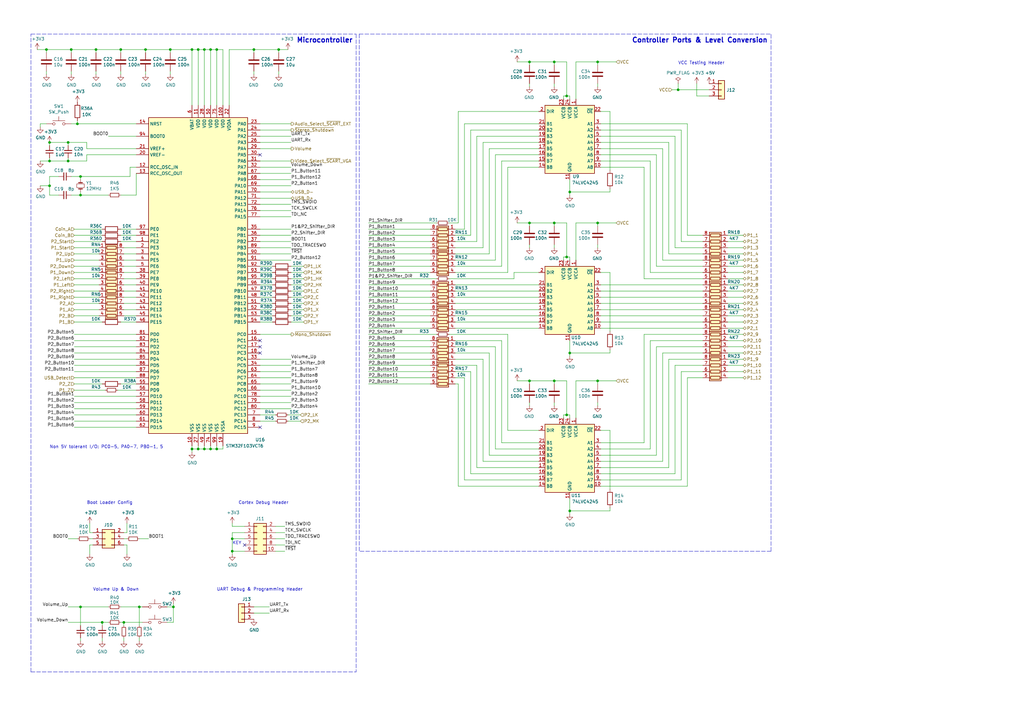
<source format=kicad_sch>
(kicad_sch (version 20200602) (host eeschema "(5.99.0-1907-g1c46bf195)")
  (page 1 4)
  (paper "A3")
  (title_block (title "JAMMA2Console") (date "2020-06-07") (rev "1.1") (company "Gold"))
  (junction (at 19.05 20.32))
  (junction (at 20.32 58.42))
  (junction (at 20.32 66.04))
  (junction (at 20.32 76.2))
  (junction (at 27.94 58.42))
  (junction (at 27.94 66.04))
  (junction (at 29.21 20.32))
  (junction (at 31.75 50.8))
  (junction (at 33.02 72.39))
  (junction (at 33.02 80.01))
  (junction (at 33.02 248.92))
  (junction (at 39.37 20.32))
  (junction (at 41.91 255.27))
  (junction (at 49.53 20.32))
  (junction (at 50.8 255.27))
  (junction (at 57.15 248.92))
  (junction (at 59.69 20.32))
  (junction (at 69.85 20.32))
  (junction (at 71.12 248.92))
  (junction (at 78.74 20.32))
  (junction (at 78.74 184.15))
  (junction (at 81.28 20.32))
  (junction (at 81.28 184.15))
  (junction (at 83.82 20.32))
  (junction (at 83.82 184.15))
  (junction (at 86.36 20.32))
  (junction (at 86.36 184.15))
  (junction (at 88.9 20.32))
  (junction (at 88.9 184.15))
  (junction (at 95.25 220.98))
  (junction (at 95.25 226.06))
  (junction (at 104.14 20.32))
  (junction (at 114.3 20.32))
  (junction (at 217.17 25.4))
  (junction (at 217.17 91.44))
  (junction (at 217.17 156.21))
  (junction (at 227.33 25.4))
  (junction (at 227.33 91.44))
  (junction (at 227.33 156.21))
  (junction (at 232.41 39.37))
  (junction (at 232.41 105.41))
  (junction (at 232.41 170.18))
  (junction (at 233.68 78.74))
  (junction (at 233.68 144.78))
  (junction (at 233.68 209.55))
  (junction (at 245.11 25.4))
  (junction (at 245.11 91.44))
  (junction (at 245.11 156.21))
  (junction (at 278.13 36.83))
  (no_connect (at 106.68 144.78))
  (no_connect (at 106.68 142.24))
  (no_connect (at 106.68 63.5))
  (no_connect (at 106.68 139.7))
  (no_connect (at 100.33 223.52))
  (no_connect (at 106.68 175.26))
  (wire (pts (xy 15.24 20.32) (xy 19.05 20.32)))
  (wire (pts (xy 16.51 50.8) (xy 19.05 50.8)))
  (wire (pts (xy 16.51 52.07) (xy 16.51 50.8)))
  (wire (pts (xy 16.51 66.04) (xy 20.32 66.04)))
  (wire (pts (xy 16.51 76.2) (xy 20.32 76.2)))
  (wire (pts (xy 19.05 20.32) (xy 29.21 20.32)))
  (wire (pts (xy 19.05 21.59) (xy 19.05 20.32)))
  (wire (pts (xy 19.05 29.21) (xy 19.05 30.48)))
  (wire (pts (xy 20.32 58.42) (xy 20.32 59.69)))
  (wire (pts (xy 20.32 58.42) (xy 27.94 58.42)))
  (wire (pts (xy 20.32 64.77) (xy 20.32 66.04)))
  (wire (pts (xy 20.32 66.04) (xy 27.94 66.04)))
  (wire (pts (xy 20.32 72.39) (xy 20.32 76.2)))
  (wire (pts (xy 20.32 76.2) (xy 20.32 80.01)))
  (wire (pts (xy 20.32 80.01) (xy 24.13 80.01)))
  (wire (pts (xy 24.13 72.39) (xy 20.32 72.39)))
  (wire (pts (xy 27.94 58.42) (xy 27.94 59.69)))
  (wire (pts (xy 27.94 58.42) (xy 35.56 58.42)))
  (wire (pts (xy 27.94 66.04) (xy 27.94 64.77)))
  (wire (pts (xy 27.94 66.04) (xy 35.56 66.04)))
  (wire (pts (xy 27.94 220.98) (xy 31.75 220.98)))
  (wire (pts (xy 29.21 20.32) (xy 39.37 20.32)))
  (wire (pts (xy 29.21 21.59) (xy 29.21 20.32)))
  (wire (pts (xy 29.21 29.21) (xy 29.21 30.48)))
  (wire (pts (xy 29.21 50.8) (xy 31.75 50.8)))
  (wire (pts (xy 29.21 72.39) (xy 33.02 72.39)))
  (wire (pts (xy 29.21 80.01) (xy 33.02 80.01)))
  (wire (pts (xy 30.48 93.98) (xy 41.91 93.98)))
  (wire (pts (xy 30.48 96.52) (xy 41.91 96.52)))
  (wire (pts (xy 30.48 99.06) (xy 41.91 99.06)))
  (wire (pts (xy 30.48 101.6) (xy 40.64 101.6)))
  (wire (pts (xy 30.48 104.14) (xy 40.64 104.14)))
  (wire (pts (xy 30.48 106.68) (xy 40.64 106.68)))
  (wire (pts (xy 30.48 109.22) (xy 40.64 109.22)))
  (wire (pts (xy 30.48 111.76) (xy 40.64 111.76)))
  (wire (pts (xy 30.48 114.3) (xy 40.64 114.3)))
  (wire (pts (xy 30.48 116.84) (xy 40.64 116.84)))
  (wire (pts (xy 30.48 119.38) (xy 40.64 119.38)))
  (wire (pts (xy 30.48 121.92) (xy 40.64 121.92)))
  (wire (pts (xy 30.48 124.46) (xy 40.64 124.46)))
  (wire (pts (xy 30.48 127) (xy 40.64 127)))
  (wire (pts (xy 30.48 129.54) (xy 40.64 129.54)))
  (wire (pts (xy 30.48 137.16) (xy 55.88 137.16)))
  (wire (pts (xy 30.48 139.7) (xy 55.88 139.7)))
  (wire (pts (xy 30.48 142.24) (xy 55.88 142.24)))
  (wire (pts (xy 30.48 144.78) (xy 55.88 144.78)))
  (wire (pts (xy 30.48 147.32) (xy 55.88 147.32)))
  (wire (pts (xy 30.48 149.86) (xy 55.88 149.86)))
  (wire (pts (xy 30.48 152.4) (xy 55.88 152.4)))
  (wire (pts (xy 30.48 154.94) (xy 55.88 154.94)))
  (wire (pts (xy 30.48 157.48) (xy 41.91 157.48)))
  (wire (pts (xy 30.48 160.02) (xy 43.18 160.02)))
  (wire (pts (xy 30.48 162.56) (xy 55.88 162.56)))
  (wire (pts (xy 30.48 165.1) (xy 55.88 165.1)))
  (wire (pts (xy 30.48 167.64) (xy 55.88 167.64)))
  (wire (pts (xy 30.48 170.18) (xy 55.88 170.18)))
  (wire (pts (xy 30.48 172.72) (xy 55.88 172.72)))
  (wire (pts (xy 30.48 175.26) (xy 55.88 175.26)))
  (wire (pts (xy 31.75 49.53) (xy 31.75 50.8)))
  (wire (pts (xy 31.75 50.8) (xy 55.88 50.8)))
  (wire (pts (xy 33.02 72.39) (xy 33.02 73.66)))
  (wire (pts (xy 33.02 72.39) (xy 53.34 72.39)))
  (wire (pts (xy 33.02 78.74) (xy 33.02 80.01)))
  (wire (pts (xy 33.02 80.01) (xy 44.45 80.01)))
  (wire (pts (xy 33.02 248.92) (xy 27.94 248.92)))
  (wire (pts (xy 33.02 248.92) (xy 33.02 256.54)))
  (wire (pts (xy 33.02 248.92) (xy 44.45 248.92)))
  (wire (pts (xy 33.02 261.62) (xy 33.02 262.89)))
  (wire (pts (xy 35.56 58.42) (xy 35.56 60.96)))
  (wire (pts (xy 35.56 60.96) (xy 55.88 60.96)))
  (wire (pts (xy 35.56 63.5) (xy 35.56 66.04)))
  (wire (pts (xy 35.56 63.5) (xy 55.88 63.5)))
  (wire (pts (xy 36.83 218.44) (xy 36.83 214.63)))
  (wire (pts (xy 36.83 220.98) (xy 38.1 220.98)))
  (wire (pts (xy 36.83 223.52) (xy 36.83 227.33)))
  (wire (pts (xy 38.1 218.44) (xy 36.83 218.44)))
  (wire (pts (xy 38.1 223.52) (xy 36.83 223.52)))
  (wire (pts (xy 39.37 20.32) (xy 49.53 20.32)))
  (wire (pts (xy 39.37 21.59) (xy 39.37 20.32)))
  (wire (pts (xy 39.37 29.21) (xy 39.37 30.48)))
  (wire (pts (xy 41.91 132.08) (xy 30.48 132.08)))
  (wire (pts (xy 41.91 255.27) (xy 27.94 255.27)))
  (wire (pts (xy 41.91 255.27) (xy 41.91 256.54)))
  (wire (pts (xy 41.91 261.62) (xy 41.91 262.89)))
  (wire (pts (xy 44.45 255.27) (xy 41.91 255.27)))
  (wire (pts (xy 48.26 160.02) (xy 55.88 160.02)))
  (wire (pts (xy 49.53 20.32) (xy 59.69 20.32)))
  (wire (pts (xy 49.53 21.59) (xy 49.53 20.32)))
  (wire (pts (xy 49.53 29.21) (xy 49.53 30.48)))
  (wire (pts (xy 49.53 80.01) (xy 55.88 80.01)))
  (wire (pts (xy 49.53 93.98) (xy 55.88 93.98)))
  (wire (pts (xy 49.53 96.52) (xy 55.88 96.52)))
  (wire (pts (xy 49.53 99.06) (xy 55.88 99.06)))
  (wire (pts (xy 49.53 132.08) (xy 55.88 132.08)))
  (wire (pts (xy 49.53 157.48) (xy 55.88 157.48)))
  (wire (pts (xy 49.53 255.27) (xy 50.8 255.27)))
  (wire (pts (xy 50.8 101.6) (xy 55.88 101.6)))
  (wire (pts (xy 50.8 104.14) (xy 55.88 104.14)))
  (wire (pts (xy 50.8 106.68) (xy 55.88 106.68)))
  (wire (pts (xy 50.8 109.22) (xy 55.88 109.22)))
  (wire (pts (xy 50.8 111.76) (xy 55.88 111.76)))
  (wire (pts (xy 50.8 114.3) (xy 55.88 114.3)))
  (wire (pts (xy 50.8 116.84) (xy 55.88 116.84)))
  (wire (pts (xy 50.8 119.38) (xy 55.88 119.38)))
  (wire (pts (xy 50.8 121.92) (xy 55.88 121.92)))
  (wire (pts (xy 50.8 124.46) (xy 55.88 124.46)))
  (wire (pts (xy 50.8 127) (xy 55.88 127)))
  (wire (pts (xy 50.8 129.54) (xy 55.88 129.54)))
  (wire (pts (xy 50.8 218.44) (xy 52.07 218.44)))
  (wire (pts (xy 50.8 220.98) (xy 52.07 220.98)))
  (wire (pts (xy 50.8 223.52) (xy 52.07 223.52)))
  (wire (pts (xy 50.8 255.27) (xy 58.42 255.27)))
  (wire (pts (xy 50.8 256.54) (xy 50.8 255.27)))
  (wire (pts (xy 50.8 261.62) (xy 50.8 262.89)))
  (wire (pts (xy 52.07 218.44) (xy 52.07 214.63)))
  (wire (pts (xy 52.07 223.52) (xy 52.07 227.33)))
  (wire (pts (xy 53.34 68.58) (xy 55.88 68.58)))
  (wire (pts (xy 53.34 72.39) (xy 53.34 68.58)))
  (wire (pts (xy 55.88 55.88) (xy 44.45 55.88)))
  (wire (pts (xy 55.88 71.12) (xy 55.88 80.01)))
  (wire (pts (xy 57.15 248.92) (xy 49.53 248.92)))
  (wire (pts (xy 57.15 256.54) (xy 57.15 248.92)))
  (wire (pts (xy 57.15 261.62) (xy 57.15 262.89)))
  (wire (pts (xy 58.42 248.92) (xy 57.15 248.92)))
  (wire (pts (xy 59.69 20.32) (xy 69.85 20.32)))
  (wire (pts (xy 59.69 21.59) (xy 59.69 20.32)))
  (wire (pts (xy 59.69 29.21) (xy 59.69 30.48)))
  (wire (pts (xy 60.96 220.98) (xy 57.15 220.98)))
  (wire (pts (xy 68.58 248.92) (xy 71.12 248.92)))
  (wire (pts (xy 68.58 255.27) (xy 71.12 255.27)))
  (wire (pts (xy 69.85 20.32) (xy 78.74 20.32)))
  (wire (pts (xy 69.85 21.59) (xy 69.85 20.32)))
  (wire (pts (xy 69.85 29.21) (xy 69.85 30.48)))
  (wire (pts (xy 71.12 247.65) (xy 71.12 248.92)))
  (wire (pts (xy 71.12 248.92) (xy 71.12 255.27)))
  (wire (pts (xy 78.74 20.32) (xy 81.28 20.32)))
  (wire (pts (xy 78.74 43.18) (xy 78.74 20.32)))
  (wire (pts (xy 78.74 182.88) (xy 78.74 184.15)))
  (wire (pts (xy 78.74 184.15) (xy 78.74 185.42)))
  (wire (pts (xy 78.74 184.15) (xy 81.28 184.15)))
  (wire (pts (xy 81.28 20.32) (xy 81.28 43.18)))
  (wire (pts (xy 81.28 20.32) (xy 83.82 20.32)))
  (wire (pts (xy 81.28 182.88) (xy 81.28 184.15)))
  (wire (pts (xy 81.28 184.15) (xy 83.82 184.15)))
  (wire (pts (xy 83.82 20.32) (xy 83.82 43.18)))
  (wire (pts (xy 83.82 20.32) (xy 86.36 20.32)))
  (wire (pts (xy 83.82 182.88) (xy 83.82 184.15)))
  (wire (pts (xy 83.82 184.15) (xy 86.36 184.15)))
  (wire (pts (xy 86.36 20.32) (xy 86.36 43.18)))
  (wire (pts (xy 86.36 20.32) (xy 88.9 20.32)))
  (wire (pts (xy 86.36 182.88) (xy 86.36 184.15)))
  (wire (pts (xy 86.36 184.15) (xy 88.9 184.15)))
  (wire (pts (xy 88.9 20.32) (xy 88.9 43.18)))
  (wire (pts (xy 88.9 20.32) (xy 91.44 20.32)))
  (wire (pts (xy 88.9 182.88) (xy 88.9 184.15)))
  (wire (pts (xy 88.9 184.15) (xy 91.44 184.15)))
  (wire (pts (xy 91.44 20.32) (xy 91.44 43.18)))
  (wire (pts (xy 91.44 182.88) (xy 91.44 184.15)))
  (wire (pts (xy 93.98 20.32) (xy 93.98 43.18)))
  (wire (pts (xy 95.25 214.63) (xy 95.25 215.9)))
  (wire (pts (xy 95.25 215.9) (xy 100.33 215.9)))
  (wire (pts (xy 95.25 218.44) (xy 95.25 220.98)))
  (wire (pts (xy 95.25 220.98) (xy 95.25 226.06)))
  (wire (pts (xy 95.25 220.98) (xy 100.33 220.98)))
  (wire (pts (xy 95.25 226.06) (xy 95.25 227.33)))
  (wire (pts (xy 100.33 218.44) (xy 95.25 218.44)))
  (wire (pts (xy 100.33 226.06) (xy 95.25 226.06)))
  (wire (pts (xy 104.14 20.32) (xy 93.98 20.32)))
  (wire (pts (xy 104.14 21.59) (xy 104.14 20.32)))
  (wire (pts (xy 104.14 29.21) (xy 104.14 30.48)))
  (wire (pts (xy 106.68 50.8) (xy 119.38 50.8)))
  (wire (pts (xy 106.68 53.34) (xy 119.38 53.34)))
  (wire (pts (xy 106.68 55.88) (xy 119.38 55.88)))
  (wire (pts (xy 106.68 58.42) (xy 119.38 58.42)))
  (wire (pts (xy 106.68 60.96) (xy 119.38 60.96)))
  (wire (pts (xy 106.68 66.04) (xy 119.38 66.04)))
  (wire (pts (xy 106.68 68.58) (xy 119.38 68.58)))
  (wire (pts (xy 106.68 71.12) (xy 119.38 71.12)))
  (wire (pts (xy 106.68 73.66) (xy 119.38 73.66)))
  (wire (pts (xy 106.68 76.2) (xy 119.38 76.2)))
  (wire (pts (xy 106.68 83.82) (xy 119.38 83.82)))
  (wire (pts (xy 106.68 86.36) (xy 119.38 86.36)))
  (wire (pts (xy 106.68 88.9) (xy 119.38 88.9)))
  (wire (pts (xy 106.68 93.98) (xy 119.38 93.98)))
  (wire (pts (xy 106.68 96.52) (xy 119.38 96.52)))
  (wire (pts (xy 106.68 99.06) (xy 119.38 99.06)))
  (wire (pts (xy 106.68 106.68) (xy 119.38 106.68)))
  (wire (pts (xy 106.68 109.22) (xy 111.76 109.22)))
  (wire (pts (xy 106.68 111.76) (xy 111.76 111.76)))
  (wire (pts (xy 106.68 114.3) (xy 111.76 114.3)))
  (wire (pts (xy 106.68 116.84) (xy 111.76 116.84)))
  (wire (pts (xy 106.68 119.38) (xy 111.76 119.38)))
  (wire (pts (xy 106.68 121.92) (xy 111.76 121.92)))
  (wire (pts (xy 106.68 124.46) (xy 111.76 124.46)))
  (wire (pts (xy 106.68 127) (xy 111.76 127)))
  (wire (pts (xy 106.68 129.54) (xy 111.76 129.54)))
  (wire (pts (xy 106.68 132.08) (xy 111.76 132.08)))
  (wire (pts (xy 106.68 137.16) (xy 119.38 137.16)))
  (wire (pts (xy 106.68 147.32) (xy 119.38 147.32)))
  (wire (pts (xy 106.68 149.86) (xy 119.38 149.86)))
  (wire (pts (xy 106.68 152.4) (xy 119.38 152.4)))
  (wire (pts (xy 106.68 154.94) (xy 119.38 154.94)))
  (wire (pts (xy 106.68 157.48) (xy 119.38 157.48)))
  (wire (pts (xy 106.68 160.02) (xy 119.38 160.02)))
  (wire (pts (xy 106.68 162.56) (xy 119.38 162.56)))
  (wire (pts (xy 106.68 165.1) (xy 119.38 165.1)))
  (wire (pts (xy 106.68 167.64) (xy 119.38 167.64)))
  (wire (pts (xy 106.68 170.18) (xy 113.03 170.18)))
  (wire (pts (xy 106.68 172.72) (xy 113.03 172.72)))
  (wire (pts (xy 110.49 248.92) (xy 104.14 248.92)))
  (wire (pts (xy 110.49 251.46) (xy 104.14 251.46)))
  (wire (pts (xy 113.03 215.9) (xy 116.84 215.9)))
  (wire (pts (xy 113.03 218.44) (xy 116.84 218.44)))
  (wire (pts (xy 113.03 220.98) (xy 116.84 220.98)))
  (wire (pts (xy 113.03 223.52) (xy 116.84 223.52)))
  (wire (pts (xy 113.03 226.06) (xy 116.84 226.06)))
  (wire (pts (xy 114.3 20.32) (xy 104.14 20.32)))
  (wire (pts (xy 114.3 20.32) (xy 118.11 20.32)))
  (wire (pts (xy 114.3 21.59) (xy 114.3 20.32)))
  (wire (pts (xy 114.3 29.21) (xy 114.3 30.48)))
  (wire (pts (xy 118.11 170.18) (xy 123.19 170.18)))
  (wire (pts (xy 118.11 172.72) (xy 123.19 172.72)))
  (wire (pts (xy 119.38 78.74) (xy 106.68 78.74)))
  (wire (pts (xy 119.38 81.28) (xy 106.68 81.28)))
  (wire (pts (xy 119.38 101.6) (xy 106.68 101.6)))
  (wire (pts (xy 119.38 104.14) (xy 106.68 104.14)))
  (wire (pts (xy 119.38 109.22) (xy 124.46 109.22)))
  (wire (pts (xy 119.38 111.76) (xy 124.46 111.76)))
  (wire (pts (xy 119.38 114.3) (xy 124.46 114.3)))
  (wire (pts (xy 119.38 116.84) (xy 124.46 116.84)))
  (wire (pts (xy 119.38 119.38) (xy 124.46 119.38)))
  (wire (pts (xy 119.38 121.92) (xy 124.46 121.92)))
  (wire (pts (xy 119.38 124.46) (xy 124.46 124.46)))
  (wire (pts (xy 119.38 127) (xy 124.46 127)))
  (wire (pts (xy 119.38 129.54) (xy 124.46 129.54)))
  (wire (pts (xy 119.38 132.08) (xy 124.46 132.08)))
  (wire (pts (xy 151.13 91.44) (xy 179.07 91.44)))
  (wire (pts (xy 151.13 93.98) (xy 176.53 93.98)))
  (wire (pts (xy 151.13 96.52) (xy 176.53 96.52)))
  (wire (pts (xy 151.13 99.06) (xy 176.53 99.06)))
  (wire (pts (xy 151.13 101.6) (xy 176.53 101.6)))
  (wire (pts (xy 151.13 104.14) (xy 176.53 104.14)))
  (wire (pts (xy 151.13 106.68) (xy 176.53 106.68)))
  (wire (pts (xy 151.13 109.22) (xy 176.53 109.22)))
  (wire (pts (xy 151.13 111.76) (xy 176.53 111.76)))
  (wire (pts (xy 151.13 114.3) (xy 179.07 114.3)))
  (wire (pts (xy 151.13 116.84) (xy 176.53 116.84)))
  (wire (pts (xy 151.13 119.38) (xy 176.53 119.38)))
  (wire (pts (xy 151.13 121.92) (xy 176.53 121.92)))
  (wire (pts (xy 151.13 124.46) (xy 176.53 124.46)))
  (wire (pts (xy 151.13 127) (xy 176.53 127)))
  (wire (pts (xy 151.13 129.54) (xy 176.53 129.54)))
  (wire (pts (xy 151.13 132.08) (xy 176.53 132.08)))
  (wire (pts (xy 151.13 134.62) (xy 176.53 134.62)))
  (wire (pts (xy 151.13 137.16) (xy 179.07 137.16)))
  (wire (pts (xy 151.13 139.7) (xy 176.53 139.7)))
  (wire (pts (xy 151.13 142.24) (xy 176.53 142.24)))
  (wire (pts (xy 151.13 144.78) (xy 176.53 144.78)))
  (wire (pts (xy 151.13 147.32) (xy 176.53 147.32)))
  (wire (pts (xy 151.13 149.86) (xy 176.53 149.86)))
  (wire (pts (xy 151.13 152.4) (xy 176.53 152.4)))
  (wire (pts (xy 151.13 154.94) (xy 176.53 154.94)))
  (wire (pts (xy 151.13 157.48) (xy 176.53 157.48)))
  (wire (pts (xy 184.15 91.44) (xy 187.96 91.44)))
  (wire (pts (xy 184.15 114.3) (xy 210.82 114.3)))
  (wire (pts (xy 184.15 137.16) (xy 208.28 137.16)))
  (wire (pts (xy 186.69 96.52) (xy 193.04 96.52)))
  (wire (pts (xy 186.69 101.6) (xy 198.12 101.6)))
  (wire (pts (xy 186.69 106.68) (xy 203.2 106.68)))
  (wire (pts (xy 186.69 111.76) (xy 208.28 111.76)))
  (wire (pts (xy 186.69 116.84) (xy 220.98 116.84)))
  (wire (pts (xy 186.69 119.38) (xy 220.98 119.38)))
  (wire (pts (xy 186.69 121.92) (xy 220.98 121.92)))
  (wire (pts (xy 186.69 124.46) (xy 220.98 124.46)))
  (wire (pts (xy 186.69 127) (xy 220.98 127)))
  (wire (pts (xy 186.69 129.54) (xy 220.98 129.54)))
  (wire (pts (xy 186.69 132.08) (xy 220.98 132.08)))
  (wire (pts (xy 186.69 134.62) (xy 220.98 134.62)))
  (wire (pts (xy 186.69 139.7) (xy 205.74 139.7)))
  (wire (pts (xy 186.69 144.78) (xy 200.66 144.78)))
  (wire (pts (xy 186.69 149.86) (xy 195.58 149.86)))
  (wire (pts (xy 186.69 154.94) (xy 190.5 154.94)))
  (wire (pts (xy 186.69 157.48) (xy 187.96 157.48)))
  (wire (pts (xy 187.96 45.72) (xy 220.98 45.72)))
  (wire (pts (xy 187.96 91.44) (xy 187.96 45.72)))
  (wire (pts (xy 187.96 157.48) (xy 187.96 199.39)))
  (wire (pts (xy 187.96 199.39) (xy 220.98 199.39)))
  (wire (pts (xy 190.5 50.8) (xy 190.5 93.98)))
  (wire (pts (xy 190.5 50.8) (xy 220.98 50.8)))
  (wire (pts (xy 190.5 93.98) (xy 186.69 93.98)))
  (wire (pts (xy 190.5 154.94) (xy 190.5 196.85)))
  (wire (pts (xy 190.5 196.85) (xy 220.98 196.85)))
  (wire (pts (xy 193.04 53.34) (xy 220.98 53.34)))
  (wire (pts (xy 193.04 96.52) (xy 193.04 53.34)))
  (wire (pts (xy 193.04 152.4) (xy 186.69 152.4)))
  (wire (pts (xy 193.04 194.31) (xy 193.04 152.4)))
  (wire (pts (xy 195.58 55.88) (xy 195.58 99.06)))
  (wire (pts (xy 195.58 55.88) (xy 220.98 55.88)))
  (wire (pts (xy 195.58 99.06) (xy 186.69 99.06)))
  (wire (pts (xy 195.58 149.86) (xy 195.58 191.77)))
  (wire (pts (xy 195.58 191.77) (xy 220.98 191.77)))
  (wire (pts (xy 198.12 58.42) (xy 220.98 58.42)))
  (wire (pts (xy 198.12 101.6) (xy 198.12 58.42)))
  (wire (pts (xy 198.12 147.32) (xy 186.69 147.32)))
  (wire (pts (xy 198.12 189.23) (xy 198.12 147.32)))
  (wire (pts (xy 198.12 189.23) (xy 220.98 189.23)))
  (wire (pts (xy 200.66 60.96) (xy 200.66 104.14)))
  (wire (pts (xy 200.66 60.96) (xy 220.98 60.96)))
  (wire (pts (xy 200.66 104.14) (xy 186.69 104.14)))
  (wire (pts (xy 200.66 144.78) (xy 200.66 186.69)))
  (wire (pts (xy 200.66 186.69) (xy 220.98 186.69)))
  (wire (pts (xy 203.2 63.5) (xy 220.98 63.5)))
  (wire (pts (xy 203.2 106.68) (xy 203.2 63.5)))
  (wire (pts (xy 203.2 142.24) (xy 186.69 142.24)))
  (wire (pts (xy 203.2 184.15) (xy 203.2 142.24)))
  (wire (pts (xy 205.74 66.04) (xy 205.74 109.22)))
  (wire (pts (xy 205.74 66.04) (xy 220.98 66.04)))
  (wire (pts (xy 205.74 109.22) (xy 186.69 109.22)))
  (wire (pts (xy 205.74 139.7) (xy 205.74 181.61)))
  (wire (pts (xy 205.74 181.61) (xy 220.98 181.61)))
  (wire (pts (xy 208.28 68.58) (xy 220.98 68.58)))
  (wire (pts (xy 208.28 111.76) (xy 208.28 68.58)))
  (wire (pts (xy 208.28 176.53) (xy 208.28 137.16)))
  (wire (pts (xy 210.82 111.76) (xy 220.98 111.76)))
  (wire (pts (xy 210.82 114.3) (xy 210.82 111.76)))
  (wire (pts (xy 217.17 25.4) (xy 212.09 25.4)))
  (wire (pts (xy 217.17 25.4) (xy 217.17 26.67)))
  (wire (pts (xy 217.17 34.29) (xy 217.17 35.56)))
  (wire (pts (xy 217.17 91.44) (xy 212.09 91.44)))
  (wire (pts (xy 217.17 91.44) (xy 217.17 92.71)))
  (wire (pts (xy 217.17 100.33) (xy 217.17 101.6)))
  (wire (pts (xy 217.17 156.21) (xy 212.09 156.21)))
  (wire (pts (xy 217.17 156.21) (xy 217.17 157.48)))
  (wire (pts (xy 217.17 165.1) (xy 217.17 166.37)))
  (wire (pts (xy 220.98 176.53) (xy 208.28 176.53)))
  (wire (pts (xy 220.98 184.15) (xy 203.2 184.15)))
  (wire (pts (xy 220.98 194.31) (xy 193.04 194.31)))
  (wire (pts (xy 227.33 25.4) (xy 217.17 25.4)))
  (wire (pts (xy 227.33 26.67) (xy 227.33 25.4)))
  (wire (pts (xy 227.33 34.29) (xy 227.33 35.56)))
  (wire (pts (xy 227.33 91.44) (xy 217.17 91.44)))
  (wire (pts (xy 227.33 92.71) (xy 227.33 91.44)))
  (wire (pts (xy 227.33 100.33) (xy 227.33 101.6)))
  (wire (pts (xy 227.33 156.21) (xy 217.17 156.21)))
  (wire (pts (xy 227.33 157.48) (xy 227.33 156.21)))
  (wire (pts (xy 227.33 165.1) (xy 227.33 166.37)))
  (wire (pts (xy 231.14 39.37) (xy 231.14 40.64)))
  (wire (pts (xy 231.14 105.41) (xy 231.14 106.68)))
  (wire (pts (xy 231.14 170.18) (xy 231.14 171.45)))
  (wire (pts (xy 232.41 25.4) (xy 227.33 25.4)))
  (wire (pts (xy 232.41 25.4) (xy 232.41 39.37)))
  (wire (pts (xy 232.41 39.37) (xy 231.14 39.37)))
  (wire (pts (xy 232.41 91.44) (xy 227.33 91.44)))
  (wire (pts (xy 232.41 91.44) (xy 232.41 105.41)))
  (wire (pts (xy 232.41 105.41) (xy 231.14 105.41)))
  (wire (pts (xy 232.41 156.21) (xy 227.33 156.21)))
  (wire (pts (xy 232.41 156.21) (xy 232.41 170.18)))
  (wire (pts (xy 232.41 170.18) (xy 231.14 170.18)))
  (wire (pts (xy 233.68 39.37) (xy 232.41 39.37)))
  (wire (pts (xy 233.68 40.64) (xy 233.68 39.37)))
  (wire (pts (xy 233.68 73.66) (xy 233.68 78.74)))
  (wire (pts (xy 233.68 78.74) (xy 233.68 80.01)))
  (wire (pts (xy 233.68 105.41) (xy 232.41 105.41)))
  (wire (pts (xy 233.68 106.68) (xy 233.68 105.41)))
  (wire (pts (xy 233.68 139.7) (xy 233.68 144.78)))
  (wire (pts (xy 233.68 144.78) (xy 233.68 146.05)))
  (wire (pts (xy 233.68 170.18) (xy 232.41 170.18)))
  (wire (pts (xy 233.68 171.45) (xy 233.68 170.18)))
  (wire (pts (xy 233.68 204.47) (xy 233.68 209.55)))
  (wire (pts (xy 233.68 209.55) (xy 233.68 210.82)))
  (wire (pts (xy 236.22 25.4) (xy 236.22 40.64)))
  (wire (pts (xy 236.22 91.44) (xy 236.22 106.68)))
  (wire (pts (xy 236.22 156.21) (xy 236.22 171.45)))
  (wire (pts (xy 245.11 25.4) (xy 236.22 25.4)))
  (wire (pts (xy 245.11 26.67) (xy 245.11 25.4)))
  (wire (pts (xy 245.11 34.29) (xy 245.11 35.56)))
  (wire (pts (xy 245.11 91.44) (xy 236.22 91.44)))
  (wire (pts (xy 245.11 92.71) (xy 245.11 91.44)))
  (wire (pts (xy 245.11 100.33) (xy 245.11 101.6)))
  (wire (pts (xy 245.11 156.21) (xy 236.22 156.21)))
  (wire (pts (xy 245.11 157.48) (xy 245.11 156.21)))
  (wire (pts (xy 245.11 165.1) (xy 245.11 166.37)))
  (wire (pts (xy 246.38 45.72) (xy 250.19 45.72)))
  (wire (pts (xy 246.38 53.34) (xy 279.4 53.34)))
  (wire (pts (xy 246.38 58.42) (xy 274.32 58.42)))
  (wire (pts (xy 246.38 63.5) (xy 269.24 63.5)))
  (wire (pts (xy 246.38 68.58) (xy 264.16 68.58)))
  (wire (pts (xy 246.38 116.84) (xy 288.29 116.84)))
  (wire (pts (xy 246.38 119.38) (xy 288.29 119.38)))
  (wire (pts (xy 246.38 121.92) (xy 288.29 121.92)))
  (wire (pts (xy 246.38 124.46) (xy 288.29 124.46)))
  (wire (pts (xy 246.38 127) (xy 288.29 127)))
  (wire (pts (xy 246.38 129.54) (xy 288.29 129.54)))
  (wire (pts (xy 246.38 132.08) (xy 288.29 132.08)))
  (wire (pts (xy 246.38 134.62) (xy 288.29 134.62)))
  (wire (pts (xy 246.38 181.61) (xy 264.16 181.61)))
  (wire (pts (xy 246.38 186.69) (xy 269.24 186.69)))
  (wire (pts (xy 246.38 191.77) (xy 274.32 191.77)))
  (wire (pts (xy 246.38 196.85) (xy 279.4 196.85)))
  (wire (pts (xy 250.19 45.72) (xy 250.19 69.85)))
  (wire (pts (xy 250.19 77.47) (xy 250.19 78.74)))
  (wire (pts (xy 250.19 78.74) (xy 233.68 78.74)))
  (wire (pts (xy 250.19 111.76) (xy 246.38 111.76)))
  (wire (pts (xy 250.19 135.89) (xy 250.19 111.76)))
  (wire (pts (xy 250.19 143.51) (xy 250.19 144.78)))
  (wire (pts (xy 250.19 144.78) (xy 233.68 144.78)))
  (wire (pts (xy 250.19 176.53) (xy 246.38 176.53)))
  (wire (pts (xy 250.19 200.66) (xy 250.19 176.53)))
  (wire (pts (xy 250.19 208.28) (xy 250.19 209.55)))
  (wire (pts (xy 250.19 209.55) (xy 233.68 209.55)))
  (wire (pts (xy 252.73 25.4) (xy 245.11 25.4)))
  (wire (pts (xy 252.73 91.44) (xy 245.11 91.44)))
  (wire (pts (xy 252.73 156.21) (xy 245.11 156.21)))
  (wire (pts (xy 264.16 68.58) (xy 264.16 114.3)))
  (wire (pts (xy 264.16 114.3) (xy 288.29 114.3)))
  (wire (pts (xy 264.16 137.16) (xy 288.29 137.16)))
  (wire (pts (xy 264.16 181.61) (xy 264.16 137.16)))
  (wire (pts (xy 266.7 66.04) (xy 246.38 66.04)))
  (wire (pts (xy 266.7 111.76) (xy 266.7 66.04)))
  (wire (pts (xy 266.7 139.7) (xy 266.7 184.15)))
  (wire (pts (xy 266.7 184.15) (xy 246.38 184.15)))
  (wire (pts (xy 269.24 63.5) (xy 269.24 109.22)))
  (wire (pts (xy 269.24 109.22) (xy 288.29 109.22)))
  (wire (pts (xy 269.24 142.24) (xy 288.29 142.24)))
  (wire (pts (xy 269.24 186.69) (xy 269.24 142.24)))
  (wire (pts (xy 271.78 60.96) (xy 246.38 60.96)))
  (wire (pts (xy 271.78 106.68) (xy 271.78 60.96)))
  (wire (pts (xy 271.78 144.78) (xy 271.78 189.23)))
  (wire (pts (xy 271.78 189.23) (xy 246.38 189.23)))
  (wire (pts (xy 274.32 58.42) (xy 274.32 104.14)))
  (wire (pts (xy 274.32 104.14) (xy 288.29 104.14)))
  (wire (pts (xy 274.32 147.32) (xy 288.29 147.32)))
  (wire (pts (xy 274.32 191.77) (xy 274.32 147.32)))
  (wire (pts (xy 275.59 36.83) (xy 278.13 36.83)))
  (wire (pts (xy 276.86 55.88) (xy 246.38 55.88)))
  (wire (pts (xy 276.86 101.6) (xy 276.86 55.88)))
  (wire (pts (xy 276.86 149.86) (xy 276.86 194.31)))
  (wire (pts (xy 276.86 194.31) (xy 246.38 194.31)))
  (wire (pts (xy 278.13 34.29) (xy 278.13 36.83)))
  (wire (pts (xy 278.13 36.83) (xy 290.83 36.83)))
  (wire (pts (xy 279.4 53.34) (xy 279.4 99.06)))
  (wire (pts (xy 279.4 99.06) (xy 288.29 99.06)))
  (wire (pts (xy 279.4 152.4) (xy 288.29 152.4)))
  (wire (pts (xy 279.4 196.85) (xy 279.4 152.4)))
  (wire (pts (xy 281.94 50.8) (xy 246.38 50.8)))
  (wire (pts (xy 281.94 96.52) (xy 281.94 50.8)))
  (wire (pts (xy 281.94 154.94) (xy 281.94 199.39)))
  (wire (pts (xy 281.94 199.39) (xy 246.38 199.39)))
  (wire (pts (xy 285.75 34.29) (xy 285.75 39.37)))
  (wire (pts (xy 285.75 39.37) (xy 290.83 39.37)))
  (wire (pts (xy 288.29 96.52) (xy 281.94 96.52)))
  (wire (pts (xy 288.29 101.6) (xy 276.86 101.6)))
  (wire (pts (xy 288.29 106.68) (xy 271.78 106.68)))
  (wire (pts (xy 288.29 111.76) (xy 266.7 111.76)))
  (wire (pts (xy 288.29 139.7) (xy 266.7 139.7)))
  (wire (pts (xy 288.29 144.78) (xy 271.78 144.78)))
  (wire (pts (xy 288.29 149.86) (xy 276.86 149.86)))
  (wire (pts (xy 288.29 154.94) (xy 281.94 154.94)))
  (wire (pts (xy 298.45 99.06) (xy 304.8 99.06)))
  (wire (pts (xy 298.45 104.14) (xy 304.8 104.14)))
  (wire (pts (xy 298.45 109.22) (xy 304.8 109.22)))
  (wire (pts (xy 298.45 114.3) (xy 304.8 114.3)))
  (wire (pts (xy 298.45 116.84) (xy 304.8 116.84)))
  (wire (pts (xy 298.45 119.38) (xy 304.8 119.38)))
  (wire (pts (xy 298.45 121.92) (xy 304.8 121.92)))
  (wire (pts (xy 298.45 124.46) (xy 304.8 124.46)))
  (wire (pts (xy 298.45 127) (xy 304.8 127)))
  (wire (pts (xy 298.45 129.54) (xy 304.8 129.54)))
  (wire (pts (xy 298.45 132.08) (xy 304.8 132.08)))
  (wire (pts (xy 298.45 134.62) (xy 304.8 134.62)))
  (wire (pts (xy 298.45 137.16) (xy 304.8 137.16)))
  (wire (pts (xy 298.45 142.24) (xy 304.8 142.24)))
  (wire (pts (xy 298.45 147.32) (xy 304.8 147.32)))
  (wire (pts (xy 298.45 152.4) (xy 304.8 152.4)))
  (wire (pts (xy 304.8 96.52) (xy 298.45 96.52)))
  (wire (pts (xy 304.8 101.6) (xy 298.45 101.6)))
  (wire (pts (xy 304.8 106.68) (xy 298.45 106.68)))
  (wire (pts (xy 304.8 111.76) (xy 298.45 111.76)))
  (wire (pts (xy 304.8 139.7) (xy 298.45 139.7)))
  (wire (pts (xy 304.8 144.78) (xy 298.45 144.78)))
  (wire (pts (xy 304.8 149.86) (xy 298.45 149.86)))
  (wire (pts (xy 304.8 154.94) (xy 298.45 154.94)))
  (polyline (pts (xy 12.7 13.97) (xy 146.05 13.97)) (stroke (width 0) (type dash)))
  (polyline (pts (xy 12.7 275.59) (xy 12.7 13.97)) (stroke (width 0) (type dash)))
  (polyline (pts (xy 12.7 275.59) (xy 146.05 275.59)) (stroke (width 0) (type dash)))
  (polyline (pts (xy 146.05 13.97) (xy 146.05 275.59)) (stroke (width 0) (type dash)))
  (polyline (pts (xy 147.32 13.97) (xy 147.32 226.06)) (stroke (width 0) (type dash)))
  (polyline (pts (xy 147.32 13.97) (xy 316.23 13.97)) (stroke (width 0) (type dash)))
  (polyline (pts (xy 316.23 226.06) (xy 147.32 226.06)) (stroke (width 0) (type dash)))
  (polyline (pts (xy 316.23 226.06) (xy 316.23 13.97)) (stroke (width 0) (type dash)))
  (text "Non 5V tolerant I/O: PC0-5, PA0-7, PB0-1, 5" (at 20.32 184.15 0) (effects (font (size 1.27 1.27)) (justify left bottom)))
  (text "Boot Loader Config" (at 35.56 207.01 0) (effects (font (size 1.27 1.27)) (justify left bottom)))
  (text "Volume Up & Down" (at 38.1 242.57 0) (effects (font (size 1.27 1.27)) (justify left bottom)))
  (text "UART Debug & Programming Header" (at 88.9 242.57 0) (effects (font (size 1.27 1.27)) (justify left bottom)))
  (text "Cortex Debug Header" (at 97.79 207.01 0) (effects (font (size 1.27 1.27)) (justify left bottom)))
  (text "KEY" (at 99.06 223.52 180) (effects (font (size 1.27 1.27)) (justify right bottom)))
  (text "Microcontroller" (at 144.78 17.78 180) (effects (font (size 2.0066 2.0066) (thickness 0.4013) bold) (justify right bottom)))
  (text "VCC Testing Header" (at 278.13 26.67 0) (effects (font (size 1.27 1.27)) (justify left bottom)))
  (text "Controller Ports & Level Conversion" (at 314.96 17.78 180) (effects (font (size 2.0066 2.0066) (thickness 0.4013) bold) (justify right bottom)))
  (label "BOOT0" (at 27.94 220.98 180))
  (label "Volume_Up" (at 27.94 248.92 180))
  (label "Volume_Down" (at 27.94 255.27 180))
  (label "P2_Button5" (at 30.48 137.16 180))
  (label "P2_Button6" (at 30.48 139.7 180))
  (label "P2_Button7" (at 30.48 142.24 180))
  (label "P2_Button8" (at 30.48 144.78 180))
  (label "P2_Button9" (at 30.48 147.32 180))
  (label "P2_Button10" (at 30.48 149.86 180))
  (label "P2_Button11" (at 30.48 152.4 180))
  (label "P1_Button1" (at 30.48 162.56 180))
  (label "P1_Button2" (at 30.48 165.1 180))
  (label "P1_Button3" (at 30.48 167.64 180))
  (label "P1_Button4" (at 30.48 170.18 180))
  (label "P1_Button5" (at 30.48 172.72 180))
  (label "P1_Button6" (at 30.48 175.26 180))
  (label "BOOT0" (at 44.45 55.88 180))
  (label "BOOT1" (at 60.96 220.98 0))
  (label "UART_Tx" (at 110.49 248.92 0))
  (label "UART_Rx" (at 110.49 251.46 0))
  (label "TMS_SWDIO" (at 116.84 215.9 0))
  (label "TCK_SWCLK" (at 116.84 218.44 0))
  (label "TDO_TRACESWO" (at 116.84 220.98 0))
  (label "TDI_NC" (at 116.84 223.52 0))
  (label "~TRST~" (at 116.84 226.06 0))
  (label "UART_Tx" (at 119.38 55.88 0))
  (label "UART_Rx" (at 119.38 58.42 0))
  (label "Volume_Down" (at 119.38 68.58 0))
  (label "P1_Button11" (at 119.38 71.12 0))
  (label "P1_Button12" (at 119.38 73.66 0))
  (label "P2_Button1" (at 119.38 76.2 0))
  (label "TMS_SWDIO" (at 119.38 83.82 0))
  (label "TCK_SWCLK" (at 119.38 86.36 0))
  (label "TDI_NC" (at 119.38 88.9 0))
  (label "P1&P2_Shifter_DIR" (at 119.38 93.98 0))
  (label "P2_Shifter_DIR" (at 119.38 96.52 0))
  (label "BOOT1" (at 119.38 99.06 0))
  (label "TDO_TRACESWO" (at 119.38 101.6 0))
  (label "~TRST~" (at 119.38 104.14 0))
  (label "P2_Button12" (at 119.38 106.68 0))
  (label "Volume_Up" (at 119.38 147.32 0))
  (label "P1_Shifter_DIR" (at 119.38 149.86 0))
  (label "P1_Button7" (at 119.38 152.4 0))
  (label "P1_Button8" (at 119.38 154.94 0))
  (label "P1_Button9" (at 119.38 157.48 0))
  (label "P1_Button10" (at 119.38 160.02 0))
  (label "P2_Button2" (at 119.38 162.56 0))
  (label "P2_Button3" (at 119.38 165.1 0))
  (label "P2_Button4" (at 119.38 167.64 0))
  (label "P1_Shifter_DIR" (at 151.13 91.44 0))
  (label "P1_Button1" (at 151.13 93.98 0))
  (label "P1_Button2" (at 151.13 96.52 0))
  (label "P1_Button3" (at 151.13 99.06 0))
  (label "P1_Button4" (at 151.13 101.6 0))
  (label "P1_Button5" (at 151.13 104.14 0))
  (label "P1_Button6" (at 151.13 106.68 0))
  (label "P1_Button7" (at 151.13 109.22 0))
  (label "P1_Button8" (at 151.13 111.76 0))
  (label "P1&P2_Shifter_DIR" (at 151.13 114.3 0))
  (label "P1_Button9" (at 151.13 116.84 0))
  (label "P1_Button10" (at 151.13 119.38 0))
  (label "P1_Button11" (at 151.13 121.92 0))
  (label "P1_Button12" (at 151.13 124.46 0))
  (label "P2_Button1" (at 151.13 127 0))
  (label "P2_Button2" (at 151.13 129.54 0))
  (label "P2_Button3" (at 151.13 132.08 0))
  (label "P2_Button4" (at 151.13 134.62 0))
  (label "P2_Shifter_DIR" (at 151.13 137.16 0))
  (label "P2_Button5" (at 151.13 139.7 0))
  (label "P2_Button6" (at 151.13 142.24 0))
  (label "P2_Button7" (at 151.13 144.78 0))
  (label "P2_Button8" (at 151.13 147.32 0))
  (label "P2_Button9" (at 151.13 149.86 0))
  (label "P2_Button10" (at 151.13 152.4 0))
  (label "P2_Button11" (at 151.13 154.94 0))
  (label "P2_Button12" (at 151.13 157.48 0))
  (hierarchical_label "Coin_A" (shape input) (at 30.48 93.98 180))
  (hierarchical_label "Coin_B" (shape input) (at 30.48 96.52 180))
  (hierarchical_label "P2_Start" (shape input) (at 30.48 99.06 180))
  (hierarchical_label "P1_Start" (shape input) (at 30.48 101.6 180))
  (hierarchical_label "P2_Up" (shape input) (at 30.48 104.14 180))
  (hierarchical_label "P1_Up" (shape input) (at 30.48 106.68 180))
  (hierarchical_label "P2_Down" (shape input) (at 30.48 109.22 180))
  (hierarchical_label "P1_Down" (shape input) (at 30.48 111.76 180))
  (hierarchical_label "P2_Left" (shape input) (at 30.48 114.3 180))
  (hierarchical_label "P1_Left" (shape input) (at 30.48 116.84 180))
  (hierarchical_label "P2_Right" (shape input) (at 30.48 119.38 180))
  (hierarchical_label "P1_Right" (shape input) (at 30.48 121.92 180))
  (hierarchical_label "P2_A" (shape input) (at 30.48 124.46 180))
  (hierarchical_label "P1_A" (shape input) (at 30.48 127 180))
  (hierarchical_label "P2_B" (shape input) (at 30.48 129.54 180))
  (hierarchical_label "P1_B" (shape input) (at 30.48 132.08 180))
  (hierarchical_label "USB_Detect" (shape input) (at 30.48 154.94 180))
  (hierarchical_label "P2_Z" (shape input) (at 30.48 157.48 180))
  (hierarchical_label "P1_Z" (shape input) (at 30.48 160.02 180))
  (hierarchical_label "Audio_Select_~SCART~_EXT" (shape output) (at 119.38 50.8 0))
  (hierarchical_label "~Stereo_Shutdown~" (shape output) (at 119.38 53.34 0))
  (hierarchical_label "Volume" (shape output) (at 119.38 60.96 0))
  (hierarchical_label "Video_Select_~SCART~_VGA" (shape output) (at 119.38 66.04 0))
  (hierarchical_label "USB_D-" (shape bidirectional) (at 119.38 78.74 0))
  (hierarchical_label "USB_D+" (shape bidirectional) (at 119.38 81.28 0))
  (hierarchical_label "~Mono_Shutdown~" (shape output) (at 119.38 137.16 0))
  (hierarchical_label "P2_LK" (shape input) (at 123.19 170.18 0))
  (hierarchical_label "P2_MK" (shape input) (at 123.19 172.72 0))
  (hierarchical_label "P1_LK" (shape input) (at 124.46 109.22 0))
  (hierarchical_label "P1_MK" (shape input) (at 124.46 111.76 0))
  (hierarchical_label "P1_HK" (shape input) (at 124.46 114.3 0))
  (hierarchical_label "P2_HK" (shape input) (at 124.46 116.84 0))
  (hierarchical_label "P1_C" (shape input) (at 124.46 119.38 0))
  (hierarchical_label "P2_C" (shape input) (at 124.46 121.92 0))
  (hierarchical_label "P2_X" (shape input) (at 124.46 124.46 0))
  (hierarchical_label "P1_X" (shape input) (at 124.46 127 0))
  (hierarchical_label "P2_Y" (shape input) (at 124.46 129.54 0))
  (hierarchical_label "P1_Y" (shape input) (at 124.46 132.08 0))
  (hierarchical_label "VCC" (shape input) (at 252.73 25.4 0))
  (hierarchical_label "VCC" (shape input) (at 252.73 91.44 0))
  (hierarchical_label "VCC" (shape input) (at 252.73 156.21 0))
  (hierarchical_label "VCC" (shape input) (at 275.59 36.83 180))
  (hierarchical_label "P1_1" (shape bidirectional) (at 304.8 96.52 0))
  (hierarchical_label "P1_2" (shape bidirectional) (at 304.8 99.06 0))
  (hierarchical_label "P1_3" (shape bidirectional) (at 304.8 101.6 0))
  (hierarchical_label "P1_4" (shape bidirectional) (at 304.8 104.14 0))
  (hierarchical_label "P1_5" (shape bidirectional) (at 304.8 106.68 0))
  (hierarchical_label "P1_6" (shape bidirectional) (at 304.8 109.22 0))
  (hierarchical_label "P1_7" (shape bidirectional) (at 304.8 111.76 0))
  (hierarchical_label "P1_8" (shape bidirectional) (at 304.8 114.3 0))
  (hierarchical_label "P2_8" (shape bidirectional) (at 304.8 116.84 0))
  (hierarchical_label "P2_7" (shape bidirectional) (at 304.8 119.38 0))
  (hierarchical_label "P2_6" (shape bidirectional) (at 304.8 121.92 0))
  (hierarchical_label "P2_5" (shape bidirectional) (at 304.8 124.46 0))
  (hierarchical_label "P2_4" (shape bidirectional) (at 304.8 127 0))
  (hierarchical_label "P2_3" (shape bidirectional) (at 304.8 129.54 0))
  (hierarchical_label "P2_2" (shape bidirectional) (at 304.8 132.08 0))
  (hierarchical_label "P2_1" (shape bidirectional) (at 304.8 134.62 0))
  (hierarchical_label "P2_9" (shape bidirectional) (at 304.8 137.16 0))
  (hierarchical_label "P2_10" (shape bidirectional) (at 304.8 139.7 0))
  (hierarchical_label "P2_11" (shape bidirectional) (at 304.8 142.24 0))
  (hierarchical_label "P2_12" (shape bidirectional) (at 304.8 144.78 0))
  (hierarchical_label "P1_9" (shape bidirectional) (at 304.8 147.32 0))
  (hierarchical_label "P1_10" (shape bidirectional) (at 304.8 149.86 0))
  (hierarchical_label "P1_11" (shape bidirectional) (at 304.8 152.4 0))
  (hierarchical_label "P1_12" (shape bidirectional) (at 304.8 154.94 0))
  (symbol (lib_id "power:PWR_FLAG") (at 278.13 34.29 0) (unit 1)
    (property "Reference" "#FLG0105" (effects hide))
    (property "Value" "PWR_FLAG" (at 278.13 29.8958 0))
  )
  (symbol (lib_id "power:+3V3") (at 15.24 20.32 0) (unit 1)
    (property "Reference" "#PWR057" (effects hide))
    (property "Value" "+3V3" (at 15.621 15.9258 0))
  )
  (symbol (lib_id "power:+3V3") (at 20.32 58.42 0) (unit 1)
    (property "Reference" "#PWR062" (effects hide))
    (property "Value" "+3V3" (at 20.701 54.0258 0))
  )
  (symbol (lib_id "power:+3V3") (at 31.75 41.91 0) (unit 1)
    (property "Reference" "#PWR064" (effects hide))
    (property "Value" "+3V3" (at 32.131 37.5158 0))
  )
  (symbol (lib_id "power:+3V3") (at 36.83 214.63 0) (unit 1)
    (property "Reference" "#PWR065" (effects hide))
    (property "Value" "+3V3" (at 37.211 210.2358 0))
  )
  (symbol (lib_id "power:+3V3") (at 52.07 214.63 0) (unit 1)
    (property "Reference" "#PWR069" (effects hide))
    (property "Value" "+3V3" (at 52.451 210.2358 0))
  )
  (symbol (lib_id "power:+3V3") (at 71.12 247.65 0) (unit 1)
    (property "Reference" "#PWR059" (effects hide))
    (property "Value" "+3V3" (at 71.501 243.2558 0))
  )
  (symbol (lib_id "power:+3V3") (at 95.25 214.63 0) (unit 1)
    (property "Reference" "#PWR074" (effects hide))
    (property "Value" "+3V3" (at 95.631 210.2358 0))
  )
  (symbol (lib_id "power:+3V3") (at 118.11 20.32 0) (mirror y) (unit 1)
    (property "Reference" "#PWR078" (effects hide))
    (property "Value" "+3V3" (at 117.729 15.9258 0))
  )
  (symbol (lib_id "power:+3V3") (at 212.09 25.4 0) (mirror y) (unit 1)
    (property "Reference" "#PWR0133" (effects hide))
    (property "Value" "+3V3" (at 211.709 21.0058 0))
  )
  (symbol (lib_id "power:+3V3") (at 212.09 91.44 0) (mirror y) (unit 1)
    (property "Reference" "#PWR092" (effects hide))
    (property "Value" "+3V3" (at 211.709 87.0458 0))
  )
  (symbol (lib_id "power:+3V3") (at 212.09 156.21 0) (mirror y) (unit 1)
    (property "Reference" "#PWR0137" (effects hide))
    (property "Value" "+3V3" (at 211.709 151.8158 0))
  )
  (symbol (lib_id "power:+3V3") (at 285.75 34.29 0) (unit 1)
    (property "Reference" "#PWR0154" (effects hide))
    (property "Value" "+3V3" (at 286.131 29.8958 0))
  )
  (symbol (lib_id "power:+5V") (at 290.83 34.29 0) (unit 1)
    (property "Reference" "#PWR0153" (effects hide))
    (property "Value" "+5V" (at 291.211 29.8958 0))
  )
  (symbol (lib_id "power:GND") (at 16.51 52.07 0) (unit 1)
    (property "Reference" "#PWR058" (effects hide))
    (property "Value" "GND" (at 16.637 56.4642 0))
  )
  (symbol (lib_id "power:GND") (at 16.51 66.04 0) (unit 1)
    (property "Reference" "#PWR0157" (effects hide))
    (property "Value" "GND" (at 16.637 70.4342 0))
  )
  (symbol (lib_id "power:GND") (at 16.51 76.2 0) (unit 1)
    (property "Reference" "#PWR060" (effects hide))
    (property "Value" "GND" (at 16.637 80.5942 0))
  )
  (symbol (lib_id "power:GND") (at 19.05 30.48 0) (unit 1)
    (property "Reference" "#PWR061" (effects hide))
    (property "Value" "GND" (at 19.177 34.8742 0))
  )
  (symbol (lib_id "power:GND") (at 29.21 30.48 0) (unit 1)
    (property "Reference" "#PWR063" (effects hide))
    (property "Value" "GND" (at 29.337 34.8742 0))
  )
  (symbol (lib_id "power:GND") (at 33.02 262.89 0) (unit 1)
    (property "Reference" "#PWR01" (effects hide))
    (property "Value" "GND" (at 33.147 267.2842 0))
  )
  (symbol (lib_id "power:GND") (at 36.83 227.33 0) (unit 1)
    (property "Reference" "#PWR066" (effects hide))
    (property "Value" "GND" (at 36.957 231.7242 0))
  )
  (symbol (lib_id "power:GND") (at 39.37 30.48 0) (unit 1)
    (property "Reference" "#PWR067" (effects hide))
    (property "Value" "GND" (at 39.497 34.8742 0))
  )
  (symbol (lib_id "power:GND") (at 41.91 262.89 0) (unit 1)
    (property "Reference" "#PWR011" (effects hide))
    (property "Value" "GND" (at 42.037 267.2842 0))
  )
  (symbol (lib_id "power:GND") (at 49.53 30.48 0) (unit 1)
    (property "Reference" "#PWR068" (effects hide))
    (property "Value" "GND" (at 49.657 34.8742 0))
  )
  (symbol (lib_id "power:GND") (at 50.8 262.89 0) (unit 1)
    (property "Reference" "#PWR028" (effects hide))
    (property "Value" "GND" (at 50.927 267.2842 0))
  )
  (symbol (lib_id "power:GND") (at 52.07 227.33 0) (unit 1)
    (property "Reference" "#PWR070" (effects hide))
    (property "Value" "GND" (at 52.197 231.7242 0))
  )
  (symbol (lib_id "power:GND") (at 57.15 262.89 0) (unit 1)
    (property "Reference" "#PWR052" (effects hide))
    (property "Value" "GND" (at 57.277 267.2842 0))
  )
  (symbol (lib_id "power:GND") (at 59.69 30.48 0) (unit 1)
    (property "Reference" "#PWR071" (effects hide))
    (property "Value" "GND" (at 59.817 34.8742 0))
  )
  (symbol (lib_id "power:GND") (at 69.85 30.48 0) (unit 1)
    (property "Reference" "#PWR072" (effects hide))
    (property "Value" "GND" (at 69.977 34.8742 0))
  )
  (symbol (lib_id "power:GND") (at 78.74 185.42 0) (unit 1)
    (property "Reference" "#PWR073" (effects hide))
    (property "Value" "GND" (at 78.867 189.8142 0))
  )
  (symbol (lib_id "power:GND") (at 95.25 227.33 0) (unit 1)
    (property "Reference" "#PWR075" (effects hide))
    (property "Value" "GND" (at 95.377 231.7242 0))
  )
  (symbol (lib_id "power:GND") (at 104.14 30.48 0) (mirror y) (unit 1)
    (property "Reference" "#PWR076" (effects hide))
    (property "Value" "GND" (at 104.013 34.8742 0))
  )
  (symbol (lib_id "power:GND") (at 104.14 254 0) (unit 1)
    (property "Reference" "#PWR0159" (effects hide))
    (property "Value" "GND" (at 104.267 258.3942 0))
  )
  (symbol (lib_id "power:GND") (at 114.3 30.48 0) (mirror y) (unit 1)
    (property "Reference" "#PWR077" (effects hide))
    (property "Value" "GND" (at 114.173 34.8742 0))
  )
  (symbol (lib_id "power:GND") (at 217.17 35.56 0) (mirror y) (unit 1)
    (property "Reference" "#PWR0136" (effects hide))
    (property "Value" "GND" (at 217.043 39.9542 0))
  )
  (symbol (lib_id "power:GND") (at 217.17 101.6 0) (mirror y) (unit 1)
    (property "Reference" "#PWR080" (effects hide))
    (property "Value" "GND" (at 217.043 105.9942 0))
  )
  (symbol (lib_id "power:GND") (at 217.17 166.37 0) (mirror y) (unit 1)
    (property "Reference" "#PWR0140" (effects hide))
    (property "Value" "GND" (at 217.043 170.7642 0))
  )
  (symbol (lib_id "power:GND") (at 227.33 35.56 0) (mirror y) (unit 1)
    (property "Reference" "#PWR0135" (effects hide))
    (property "Value" "GND" (at 227.203 39.9542 0))
  )
  (symbol (lib_id "power:GND") (at 227.33 101.6 0) (mirror y) (unit 1)
    (property "Reference" "#PWR083" (effects hide))
    (property "Value" "GND" (at 227.203 105.9942 0))
  )
  (symbol (lib_id "power:GND") (at 227.33 166.37 0) (mirror y) (unit 1)
    (property "Reference" "#PWR0139" (effects hide))
    (property "Value" "GND" (at 227.203 170.7642 0))
  )
  (symbol (lib_id "power:GND") (at 233.68 80.01 0) (unit 1)
    (property "Reference" "#PWR085" (effects hide))
    (property "Value" "GND" (at 233.807 84.4042 0))
  )
  (symbol (lib_id "power:GND") (at 233.68 146.05 0) (unit 1)
    (property "Reference" "#PWR086" (effects hide))
    (property "Value" "GND" (at 233.807 150.4442 0))
  )
  (symbol (lib_id "power:GND") (at 233.68 210.82 0) (unit 1)
    (property "Reference" "#PWR087" (effects hide))
    (property "Value" "GND" (at 233.807 215.2142 0))
  )
  (symbol (lib_id "power:GND") (at 245.11 35.56 0) (mirror y) (unit 1)
    (property "Reference" "#PWR0134" (effects hide))
    (property "Value" "GND" (at 244.983 39.9542 0))
  )
  (symbol (lib_id "power:GND") (at 245.11 101.6 0) (mirror y) (unit 1)
    (property "Reference" "#PWR089" (effects hide))
    (property "Value" "GND" (at 244.983 105.9942 0))
  )
  (symbol (lib_id "power:GND") (at 245.11 166.37 0) (mirror y) (unit 1)
    (property "Reference" "#PWR0138" (effects hide))
    (property "Value" "GND" (at 244.983 170.7642 0))
  )
  (symbol (lib_id "Device:R_Small") (at 34.29 220.98 270) (unit 1)
    (property "Reference" "R10" (at 34.29 216.0016 90))
    (property "Value" "10K" (at 34.29 218.313 90))
    (property "Footprint" "Resistor_SMD:R_0603_1608Metric" (effects hide))
  )
  (symbol (lib_id "Device:R_Small") (at 45.72 160.02 270) (unit 1)
    (property "Reference" "R43" (at 39.37 158.75 90))
    (property "Value" "10K" (at 52.07 158.75 90))
    (property "Footprint" "Resistor_SMD:R_0603_1608Metric" (effects hide))
  )
  (symbol (lib_id "Device:R_Small") (at 46.99 80.01 270) (unit 1)
    (property "Reference" "R46" (at 46.99 75.0316 90))
    (property "Value" "1K5" (at 46.99 77.343 90))
    (property "Footprint" "Resistor_SMD:R_0603_1608Metric" (effects hide))
  )
  (symbol (lib_id "Device:R_Small") (at 46.99 248.92 270) (unit 1)
    (property "Reference" "R40" (at 46.99 245.11 90))
    (property "Value" "10K" (at 46.99 247.015 90))
    (property "Footprint" "Resistor_SMD:R_0603_1608Metric" (effects hide))
  )
  (symbol (lib_id "Device:R_Small") (at 46.99 255.27 270) (unit 1)
    (property "Reference" "R41" (at 46.99 251.46 90))
    (property "Value" "10K" (at 46.99 253.365 90))
    (property "Footprint" "Resistor_SMD:R_0603_1608Metric" (effects hide))
  )
  (symbol (lib_id "Device:R_Small") (at 50.8 259.08 0) (unit 1)
    (property "Reference" "R35" (at 52.2986 257.9116 0) (effects (justify left)))
    (property "Value" "10K" (at 52.2986 260.223 0) (effects (justify left)))
    (property "Footprint" "Resistor_SMD:R_0603_1608Metric" (effects hide))
  )
  (symbol (lib_id "Device:R_Small") (at 54.61 220.98 270) (unit 1)
    (property "Reference" "R11" (at 54.61 216.0016 90))
    (property "Value" "10K" (at 54.61 218.313 90))
    (property "Footprint" "Resistor_SMD:R_0603_1608Metric" (effects hide))
  )
  (symbol (lib_id "Device:R_Small") (at 57.15 259.08 0) (unit 1)
    (property "Reference" "R34" (at 58.6486 257.9116 0) (effects (justify left)))
    (property "Value" "10K" (at 58.6486 260.223 0) (effects (justify left)))
    (property "Footprint" "Resistor_SMD:R_0603_1608Metric" (effects hide))
  )
  (symbol (lib_id "Device:R_Small") (at 115.57 170.18 270) (unit 1)
    (property "Reference" "R44" (at 110.49 168.91 90))
    (property "Value" "10K" (at 120.65 168.91 90))
    (property "Footprint" "Resistor_SMD:R_0603_1608Metric" (effects hide))
  )
  (symbol (lib_id "Device:R_Small") (at 115.57 172.72 270) (unit 1)
    (property "Reference" "R45" (at 110.49 171.45 90))
    (property "Value" "10K" (at 120.65 171.45 90))
    (property "Footprint" "Resistor_SMD:R_0603_1608Metric" (effects hide))
  )
  (symbol (lib_id "Device:R_Small") (at 181.61 91.44 270) (unit 1)
    (property "Reference" "R31" (at 177.8 90.17 90))
    (property "Value" "10K" (at 185.42 90.17 90))
    (property "Footprint" "Resistor_SMD:R_0603_1608Metric" (effects hide))
  )
  (symbol (lib_id "Device:R_Small") (at 181.61 114.3 270) (unit 1)
    (property "Reference" "R32" (at 173.99 113.03 90))
    (property "Value" "10K" (at 189.23 113.03 90))
    (property "Footprint" "Resistor_SMD:R_0603_1608Metric" (effects hide))
  )
  (symbol (lib_id "Device:R_Small") (at 181.61 137.16 270) (unit 1)
    (property "Reference" "R33" (at 173.99 135.89 90))
    (property "Value" "10K" (at 189.23 135.89 90))
    (property "Footprint" "Resistor_SMD:R_0603_1608Metric" (effects hide))
  )
  (symbol (lib_id "Device:Crystal_Small") (at 33.02 76.2 270) (unit 1)
    (property "Reference" "Y1" (at 35.2552 75.0316 90) (effects (justify left)))
    (property "Value" "12MHz" (at 35.2552 77.343 90) (effects (justify left)))
    (property "Footprint" "Crystal:Crystal_SMD_5032-2Pin_5.0x3.2mm" (effects hide))
  )
  (symbol (lib_id "Device:R_Pack04_Split") (at 31.75 45.72 180) (unit 1)
    (property "Reference" "R36" (at 35.56 44.45 0))
    (property "Value" "10K" (at 35.56 46.99 0))
    (property "Footprint" "Resistor_SMD:R_Array_Convex_4x0603" (effects hide))
  )
  (symbol (lib_id "Device:R_Pack04_Split") (at 45.72 93.98 270) (unit 3)
    (property "Reference" "R36" (at 39.37 92.71 90))
    (property "Value" "10K" (at 52.07 92.71 90))
    (property "Footprint" "Resistor_SMD:R_Array_Convex_4x0603" (effects hide))
  )
  (symbol (lib_id "Device:R_Pack04_Split") (at 45.72 96.52 270) (unit 2)
    (property "Reference" "R36" (at 39.37 95.25 90))
    (property "Value" "10K" (at 52.07 95.25 90))
    (property "Footprint" "Resistor_SMD:R_Array_Convex_4x0603" (effects hide))
  )
  (symbol (lib_id "Device:R_Pack04_Split") (at 45.72 99.06 270) (unit 4)
    (property "Reference" "R36" (at 39.37 97.79 90))
    (property "Value" "10K" (at 52.07 97.79 90))
    (property "Footprint" "Resistor_SMD:R_Array_Convex_4x0603" (effects hide))
  )
  (symbol (lib_id "Device:R_Pack04_Split") (at 45.72 132.08 90) (unit 4)
    (property "Reference" "R37" (at 53.34 130.81 90))
    (property "Value" "10K" (at 39.37 130.81 90))
    (property "Footprint" "Resistor_SMD:R_Array_Convex_4x0603" (effects hide))
  )
  (symbol (lib_id "Device:R_Pack04_Split") (at 45.72 157.48 90) (unit 1)
    (property "Reference" "R38" (at 53.34 156.21 90))
    (property "Value" "10K" (at 39.37 156.21 90))
    (property "Footprint" "Resistor_SMD:R_Array_Convex_4x0603" (effects hide))
  )
  (symbol (lib_id "Device:R_Pack04_Split") (at 115.57 109.22 270) (unit 4)
    (property "Reference" "R39" (at 109.22 107.95 90))
    (property "Value" "10K" (at 121.92 107.95 90))
    (property "Footprint" "Resistor_SMD:R_Array_Convex_4x0603" (effects hide))
  )
  (symbol (lib_id "Device:R_Pack04_Split") (at 115.57 111.76 270) (unit 3)
    (property "Reference" "R39" (at 109.22 110.49 90))
    (property "Value" "10K" (at 121.92 110.49 90))
    (property "Footprint" "Resistor_SMD:R_Array_Convex_4x0603" (effects hide))
  )
  (symbol (lib_id "Device:R_Pack04_Split") (at 115.57 114.3 270) (unit 2)
    (property "Reference" "R39" (at 109.22 113.03 90))
    (property "Value" "10K" (at 121.92 113.03 90))
    (property "Footprint" "Resistor_SMD:R_Array_Convex_4x0603" (effects hide))
  )
  (symbol (lib_id "Device:R_Pack04_Split") (at 115.57 116.84 270) (unit 1)
    (property "Reference" "R39" (at 109.22 115.57 90))
    (property "Value" "10K" (at 121.92 115.57 90))
    (property "Footprint" "Resistor_SMD:R_Array_Convex_4x0603" (effects hide))
  )
  (symbol (lib_id "Device:R_Pack04_Split") (at 115.57 119.38 270) (unit 2)
    (property "Reference" "R37" (at 109.22 118.11 90))
    (property "Value" "10K" (at 121.92 118.11 90))
    (property "Footprint" "Resistor_SMD:R_Array_Convex_4x0603" (effects hide))
  )
  (symbol (lib_id "Device:R_Pack04_Split") (at 115.57 121.92 270) (unit 3)
    (property "Reference" "R37" (at 109.22 120.65 90))
    (property "Value" "10K" (at 121.92 120.65 90))
    (property "Footprint" "Resistor_SMD:R_Array_Convex_4x0603" (effects hide))
  )
  (symbol (lib_id "Device:R_Pack04_Split") (at 115.57 124.46 270) (unit 1)
    (property "Reference" "R37" (at 109.22 123.19 90))
    (property "Value" "10K" (at 121.92 123.19 90))
    (property "Footprint" "Resistor_SMD:R_Array_Convex_4x0603" (effects hide))
  )
  (symbol (lib_id "Device:R_Pack04_Split") (at 115.57 127 270) (unit 4)
    (property "Reference" "R38" (at 109.22 125.73 90))
    (property "Value" "10K" (at 121.92 125.73 90))
    (property "Footprint" "Resistor_SMD:R_Array_Convex_4x0603" (effects hide))
  )
  (symbol (lib_id "Device:R_Pack04_Split") (at 115.57 129.54 270) (unit 3)
    (property "Reference" "R38" (at 109.22 128.27 90))
    (property "Value" "10K" (at 121.92 128.27 90))
    (property "Footprint" "Resistor_SMD:R_Array_Convex_4x0603" (effects hide))
  )
  (symbol (lib_id "Device:R_Pack04_Split") (at 115.57 132.08 270) (unit 2)
    (property "Reference" "R38" (at 109.22 130.81 90))
    (property "Value" "10K" (at 121.92 130.81 90))
    (property "Footprint" "Resistor_SMD:R_Array_Convex_4x0603" (effects hide))
  )
  (symbol (lib_id "Device:R") (at 250.19 73.66 180) (unit 1)
    (property "Reference" "R12" (at 251.968 72.4916 0) (effects (justify right)))
    (property "Value" "10k" (at 251.968 74.803 0) (effects (justify right)))
    (property "Footprint" "Resistor_SMD:R_0603_1608Metric" (effects hide))
  )
  (symbol (lib_id "Device:R") (at 250.19 139.7 180) (unit 1)
    (property "Reference" "R13" (at 251.968 138.5316 0) (effects (justify right)))
    (property "Value" "10k" (at 251.968 140.843 0) (effects (justify right)))
    (property "Footprint" "Resistor_SMD:R_0603_1608Metric" (effects hide))
  )
  (symbol (lib_id "Device:R") (at 250.19 204.47 180) (unit 1)
    (property "Reference" "R14" (at 251.968 203.3016 0) (effects (justify right)))
    (property "Value" "10k" (at 251.968 205.613 0) (effects (justify right)))
    (property "Footprint" "Resistor_SMD:R_0603_1608Metric" (effects hide))
  )
  (symbol (lib_id "Device:C_Small") (at 20.32 62.23 180) (unit 1)
    (property "Reference" "C17" (at 22.6568 61.0616 0) (effects (justify right)))
    (property "Value" "1u0" (at 22.6568 63.373 0) (effects (justify right)))
    (property "Footprint" "Capacitor_SMD:C_0603_1608Metric" (effects hide))
  )
  (symbol (lib_id "Device:C_Small") (at 26.67 72.39 270) (unit 1)
    (property "Reference" "C18" (at 24.13 69.85 90))
    (property "Value" "8p" (at 29.21 69.85 90))
    (property "Footprint" "Capacitor_SMD:C_0603_1608Metric" (effects hide))
  )
  (symbol (lib_id "Device:C_Small") (at 26.67 80.01 270) (unit 1)
    (property "Reference" "C19" (at 24.13 77.47 90))
    (property "Value" "8p" (at 29.21 77.47 90))
    (property "Footprint" "Capacitor_SMD:C_0603_1608Metric" (effects hide))
  )
  (symbol (lib_id "Device:C_Small") (at 27.94 62.23 180) (unit 1)
    (property "Reference" "C20" (at 30.2768 61.0616 0) (effects (justify right)))
    (property "Value" "10n" (at 30.2768 63.373 0) (effects (justify right)))
    (property "Footprint" "Capacitor_SMD:C_0603_1608Metric" (effects hide))
  )
  (symbol (lib_id "Device:C_Small") (at 33.02 259.08 180) (unit 1)
    (property "Reference" "C70" (at 35.3568 257.9116 0) (effects (justify right)))
    (property "Value" "100n" (at 35.3568 260.223 0) (effects (justify right)))
    (property "Footprint" "Capacitor_SMD:C_0603_1608Metric" (effects hide))
  )
  (symbol (lib_id "Device:C_Small") (at 41.91 259.08 180) (unit 1)
    (property "Reference" "C71" (at 44.2468 257.9116 0) (effects (justify right)))
    (property "Value" "100n" (at 44.2468 260.223 0) (effects (justify right)))
    (property "Footprint" "Capacitor_SMD:C_0603_1608Metric" (effects hide))
  )
  (symbol (lib_id "Device:C") (at 19.05 25.4 0) (unit 1)
    (property "Reference" "C16" (at 21.971 24.2316 0) (effects (justify left)))
    (property "Value" "10u" (at 21.971 26.543 0) (effects (justify left)))
    (property "Footprint" "Capacitor_SMD:C_0805_2012Metric" (effects hide))
  )
  (symbol (lib_id "Device:C") (at 29.21 25.4 0) (unit 1)
    (property "Reference" "C21" (at 32.131 24.2316 0) (effects (justify left)))
    (property "Value" "100n" (at 32.131 26.543 0) (effects (justify left)))
    (property "Footprint" "Capacitor_SMD:C_0603_1608Metric" (effects hide))
  )
  (symbol (lib_id "Device:C") (at 39.37 25.4 0) (unit 1)
    (property "Reference" "C22" (at 42.291 24.2316 0) (effects (justify left)))
    (property "Value" "100n" (at 42.291 26.543 0) (effects (justify left)))
    (property "Footprint" "Capacitor_SMD:C_0603_1608Metric" (effects hide))
  )
  (symbol (lib_id "Device:C") (at 49.53 25.4 0) (unit 1)
    (property "Reference" "C23" (at 52.451 24.2316 0) (effects (justify left)))
    (property "Value" "100n" (at 52.451 26.543 0) (effects (justify left)))
    (property "Footprint" "Capacitor_SMD:C_0603_1608Metric" (effects hide))
  )
  (symbol (lib_id "Device:C") (at 59.69 25.4 0) (unit 1)
    (property "Reference" "C24" (at 62.611 24.2316 0) (effects (justify left)))
    (property "Value" "100n" (at 62.611 26.543 0) (effects (justify left)))
    (property "Footprint" "Capacitor_SMD:C_0603_1608Metric" (effects hide))
  )
  (symbol (lib_id "Device:C") (at 69.85 25.4 0) (unit 1)
    (property "Reference" "C25" (at 72.771 24.2316 0) (effects (justify left)))
    (property "Value" "100n" (at 72.771 26.543 0) (effects (justify left)))
    (property "Footprint" "Capacitor_SMD:C_0603_1608Metric" (effects hide))
  )
  (symbol (lib_id "Device:C") (at 104.14 25.4 0) (unit 1)
    (property "Reference" "C26" (at 107.061 24.2316 0) (effects (justify left)))
    (property "Value" "100n" (at 107.061 26.543 0) (effects (justify left)))
    (property "Footprint" "Capacitor_SMD:C_0603_1608Metric" (effects hide))
  )
  (symbol (lib_id "Device:C") (at 114.3 25.4 0) (unit 1)
    (property "Reference" "C27" (at 117.221 24.2316 0) (effects (justify left)))
    (property "Value" "10u" (at 117.221 26.543 0) (effects (justify left)))
    (property "Footprint" "Capacitor_SMD:C_0805_2012Metric" (effects hide))
  )
  (symbol (lib_id "Device:C") (at 217.17 30.48 0) (mirror y) (unit 1)
    (property "Reference" "C28" (at 214.249 29.3116 0) (effects (justify left)))
    (property "Value" "100n" (at 214.249 31.623 0) (effects (justify left)))
    (property "Footprint" "Capacitor_SMD:C_0603_1608Metric" (effects hide))
  )
  (symbol (lib_id "Device:C") (at 217.17 96.52 0) (mirror y) (unit 1)
    (property "Reference" "C29" (at 214.249 95.3516 0) (effects (justify left)))
    (property "Value" "100n" (at 214.249 97.663 0) (effects (justify left)))
    (property "Footprint" "Capacitor_SMD:C_0603_1608Metric" (effects hide))
  )
  (symbol (lib_id "Device:C") (at 217.17 161.29 0) (mirror y) (unit 1)
    (property "Reference" "C30" (at 214.249 160.1216 0) (effects (justify left)))
    (property "Value" "100n" (at 214.249 162.433 0) (effects (justify left)))
    (property "Footprint" "Capacitor_SMD:C_0603_1608Metric" (effects hide))
  )
  (symbol (lib_id "Device:C") (at 227.33 30.48 0) (mirror y) (unit 1)
    (property "Reference" "C31" (at 224.409 29.3116 0) (effects (justify left)))
    (property "Value" "100n" (at 224.409 31.623 0) (effects (justify left)))
    (property "Footprint" "Capacitor_SMD:C_0603_1608Metric" (effects hide))
  )
  (symbol (lib_id "Device:C") (at 227.33 96.52 0) (mirror y) (unit 1)
    (property "Reference" "C32" (at 224.409 95.3516 0) (effects (justify left)))
    (property "Value" "100n" (at 224.409 97.663 0) (effects (justify left)))
    (property "Footprint" "Capacitor_SMD:C_0603_1608Metric" (effects hide))
  )
  (symbol (lib_id "Device:C") (at 227.33 161.29 0) (mirror y) (unit 1)
    (property "Reference" "C33" (at 224.409 160.1216 0) (effects (justify left)))
    (property "Value" "100n" (at 224.409 162.433 0) (effects (justify left)))
    (property "Footprint" "Capacitor_SMD:C_0603_1608Metric" (effects hide))
  )
  (symbol (lib_id "Device:C") (at 245.11 30.48 0) (mirror y) (unit 1)
    (property "Reference" "C34" (at 242.189 29.3116 0) (effects (justify left)))
    (property "Value" "100n" (at 242.189 31.623 0) (effects (justify left)))
    (property "Footprint" "Capacitor_SMD:C_0603_1608Metric" (effects hide))
  )
  (symbol (lib_id "Device:C") (at 245.11 96.52 0) (mirror y) (unit 1)
    (property "Reference" "C35" (at 242.189 95.3516 0) (effects (justify left)))
    (property "Value" "100n" (at 242.189 97.663 0) (effects (justify left)))
    (property "Footprint" "Capacitor_SMD:C_0603_1608Metric" (effects hide))
  )
  (symbol (lib_id "Device:C") (at 245.11 161.29 0) (mirror y) (unit 1)
    (property "Reference" "C36" (at 242.189 160.1216 0) (effects (justify left)))
    (property "Value" "100n" (at 242.189 162.433 0) (effects (justify left)))
    (property "Footprint" "Capacitor_SMD:C_0603_1608Metric" (effects hide))
  )
  (symbol (lib_id "Switch:SW_Push") (at 24.13 50.8 0) (unit 1)
    (property "Reference" "SW1" (at 24.13 43.561 0))
    (property "Value" "SW_Push" (at 24.13 45.8724 0))
    (property "Footprint" "Console2JAMMA:SW_Push_SPST_NO_Alps_SKRP" (effects hide))
  )
  (symbol (lib_id "Switch:SW_Push") (at 63.5 248.92 0) (unit 1)
    (property "Reference" "SW2" (at 68.58 247.65 0))
    (property "Value" "SW_Push" (effects hide))
    (property "Footprint" "Console2JAMMA:SW_Push_SPST_NO_Alps_SKRP" (effects hide))
  )
  (symbol (lib_id "Switch:SW_Push") (at 63.5 255.27 0) (unit 1)
    (property "Reference" "SW3" (at 68.58 254 0))
    (property "Value" "SW_Push" (effects hide))
    (property "Footprint" "Console2JAMMA:SW_Push_SPST_NO_Alps_SKRP" (effects hide))
  )
  (symbol (lib_id "Connector_Generic:Conn_01x03") (at 99.06 251.46 0) (mirror y) (unit 1)
    (property "Reference" "J13" (at 101.1428 245.745 0))
    (property "Value" "Conn_01x03" (effects hide))
    (property "Footprint" "Connector_PinHeader_2.54mm:PinHeader_1x03_P2.54mm_Vertical" (effects hide))
  )
  (symbol (lib_id "Connector_Generic:Conn_01x03") (at 295.91 36.83 0) (unit 1)
    (property "Reference" "J12" (at 297.942 36.9316 0) (effects (justify left)))
    (property "Value" "Conn_01x03" (effects hide))
    (property "Footprint" "Connector_PinHeader_2.54mm:PinHeader_1x03_P2.54mm_Vertical" (effects hide))
  )
  (symbol (lib_id "Connector_Generic:Conn_02x03_Odd_Even") (at 43.18 220.98 0) (unit 1)
    (property "Reference" "J10" (at 44.45 215.265 0))
    (property "Value" "Conn_02x03_Odd_Even" (effects hide))
    (property "Footprint" "Connector_PinHeader_2.54mm:PinHeader_2x03_P2.54mm_Vertical_SMD" (effects hide))
  )
  (symbol (lib_id "Device:R_Pack04") (at 45.72 106.68 270) (unit 1)
    (property "Reference" "RN4" (at 39.37 100.33 90))
    (property "Value" "10k" (at 39.37 102.87 90))
    (property "Footprint" "Resistor_SMD:R_Array_Convex_4x0603" (effects hide))
  )
  (symbol (lib_id "Device:R_Pack04") (at 45.72 116.84 270) (unit 1)
    (property "Reference" "RN5" (at 39.37 110.49 90))
    (property "Value" "10k" (at 39.37 113.03 90))
    (property "Footprint" "Resistor_SMD:R_Array_Convex_4x0603" (effects hide))
  )
  (symbol (lib_id "Device:R_Pack04") (at 45.72 127 270) (unit 1)
    (property "Reference" "RN6" (at 39.37 120.65 90))
    (property "Value" "10k" (at 39.37 123.19 90))
    (property "Footprint" "Resistor_SMD:R_Array_Convex_4x0603" (effects hide))
  )
  (symbol (lib_id "Device:R_Pack04") (at 181.61 99.06 90) (mirror x) (unit 1)
    (property "Reference" "RN11" (at 189.23 95.25 90))
    (property "Value" "10k" (at 189.23 97.79 90))
    (property "Footprint" "Resistor_SMD:R_Array_Convex_4x0603" (effects hide))
  )
  (symbol (lib_id "Device:R_Pack04") (at 181.61 109.22 90) (mirror x) (unit 1)
    (property "Reference" "RN12" (at 189.23 105.41 90))
    (property "Value" "10k" (at 189.23 107.95 90))
    (property "Footprint" "Resistor_SMD:R_Array_Convex_4x0603" (effects hide))
  )
  (symbol (lib_id "Device:R_Pack04") (at 181.61 121.92 90) (mirror x) (unit 1)
    (property "Reference" "RN13" (at 189.23 118.11 90))
    (property "Value" "10k" (at 189.23 120.65 90))
    (property "Footprint" "Resistor_SMD:R_Array_Convex_4x0603" (effects hide))
  )
  (symbol (lib_id "Device:R_Pack04") (at 181.61 132.08 90) (mirror x) (unit 1)
    (property "Reference" "RN15" (at 189.23 128.27 90))
    (property "Value" "10k" (at 189.23 130.81 90))
    (property "Footprint" "Resistor_SMD:R_Array_Convex_4x0603" (effects hide))
  )
  (symbol (lib_id "Device:R_Pack04") (at 181.61 144.78 90) (mirror x) (unit 1)
    (property "Reference" "RN16" (at 189.23 140.97 90))
    (property "Value" "10k" (at 189.23 143.51 90))
    (property "Footprint" "Resistor_SMD:R_Array_Convex_4x0603" (effects hide))
  )
  (symbol (lib_id "Device:R_Pack04") (at 181.61 154.94 90) (mirror x) (unit 1)
    (property "Reference" "RN17" (at 189.23 151.13 90))
    (property "Value" "10k" (at 189.23 153.67 90))
    (property "Footprint" "Resistor_SMD:R_Array_Convex_4x0603" (effects hide))
  )
  (symbol (lib_id "Device:R_Pack04") (at 293.37 101.6 90) (mirror x) (unit 1)
    (property "Reference" "RN18" (at 300.99 95.25 90))
    (property "Value" "4K7" (at 300.99 97.79 90))
    (property "Footprint" "Resistor_SMD:R_Array_Convex_4x0603" (effects hide))
  )
  (symbol (lib_id "Device:R_Pack04") (at 293.37 111.76 90) (mirror x) (unit 1)
    (property "Reference" "RN19" (at 300.99 105.41 90))
    (property "Value" "4K7" (at 300.99 107.95 90))
    (property "Footprint" "Resistor_SMD:R_Array_Convex_4x0603" (effects hide))
  )
  (symbol (lib_id "Device:R_Pack04") (at 293.37 121.92 90) (mirror x) (unit 1)
    (property "Reference" "RN20" (at 300.99 115.57 90))
    (property "Value" "4K7" (at 300.99 118.11 90))
    (property "Footprint" "Resistor_SMD:R_Array_Convex_4x0603" (effects hide))
  )
  (symbol (lib_id "Device:R_Pack04") (at 293.37 132.08 90) (mirror x) (unit 1)
    (property "Reference" "RN21" (at 300.99 125.73 90))
    (property "Value" "4K7" (at 300.99 128.27 90))
    (property "Footprint" "Resistor_SMD:R_Array_Convex_4x0603" (effects hide))
  )
  (symbol (lib_id "Device:R_Pack04") (at 293.37 142.24 90) (mirror x) (unit 1)
    (property "Reference" "RN22" (at 300.99 135.89 90))
    (property "Value" "4K7" (at 300.99 138.43 90))
    (property "Footprint" "Resistor_SMD:R_Array_Convex_4x0603" (effects hide))
  )
  (symbol (lib_id "Device:R_Pack04") (at 293.37 152.4 90) (mirror x) (unit 1)
    (property "Reference" "RN23" (at 300.99 146.05 90))
    (property "Value" "4K7" (at 300.99 148.59 90))
    (property "Footprint" "Resistor_SMD:R_Array_Convex_4x0603" (effects hide))
  )
  (symbol (lib_id "Connector_Generic:Conn_02x05_Odd_Even") (at 105.41 220.98 0) (unit 1)
    (property "Reference" "J11" (at 106.68 212.725 0))
    (property "Value" "Conn_02x05_Odd_Even" (effects hide))
    (property "Footprint" "Connector_PinHeader_1.27mm:PinHeader_2x05_P1.27mm_Vertical_SMD" (effects hide))
  )
  (symbol (lib_id "Console2JAMMA:74LVC4245") (at 233.68 55.88 0) (unit 1)
    (property "Reference" "U9" (at 236.22 72.39 0))
    (property "Value" "74LVC4245" (at 240.03 74.93 0))
    (property "Footprint" "Package_SO:TSSOP-24_4.4x7.8mm_P0.65mm" (effects hide))
    (property "Datasheet" "https://assets.nexperia.com/documents/data-sheet/74LVC4245A.pdf" (effects hide))
  )
  (symbol (lib_id "Console2JAMMA:74LVC4245") (at 233.68 121.92 0) (unit 1)
    (property "Reference" "U10" (at 236.22 138.43 0))
    (property "Value" "74LVC4245" (at 240.03 140.97 0))
    (property "Footprint" "Package_SO:TSSOP-24_4.4x7.8mm_P0.65mm" (effects hide))
    (property "Datasheet" "https://assets.nexperia.com/documents/data-sheet/74LVC4245A.pdf" (effects hide))
  )
  (symbol (lib_id "Console2JAMMA:74LVC4245") (at 233.68 186.69 0) (unit 1)
    (property "Reference" "U11" (at 236.22 203.2 0))
    (property "Value" "74LVC4245" (at 240.03 205.74 0))
    (property "Footprint" "Package_SO:TSSOP-24_4.4x7.8mm_P0.65mm" (effects hide))
    (property "Datasheet" "https://assets.nexperia.com/documents/data-sheet/74LVC4245A.pdf" (effects hide))
  )
  (symbol (lib_id "MCU_ST_STM32F1:STM32F103VCTx") (at 81.28 111.76 0) (unit 1)
    (property "Reference" "U16" (at 106.68 180.34 0))
    (property "Value" "STM32F103VCT6" (at 100.33 182.88 0))
    (property "Footprint" "Package_QFP:LQFP-100_14x14mm_P0.5mm" (effects hide))
    (property "Datasheet" "http://www.st.com/st-web-ui/static/active/en/resource/technical/document/datasheet/CD00191185.pdf" (effects hide))
  )
)
</source>
